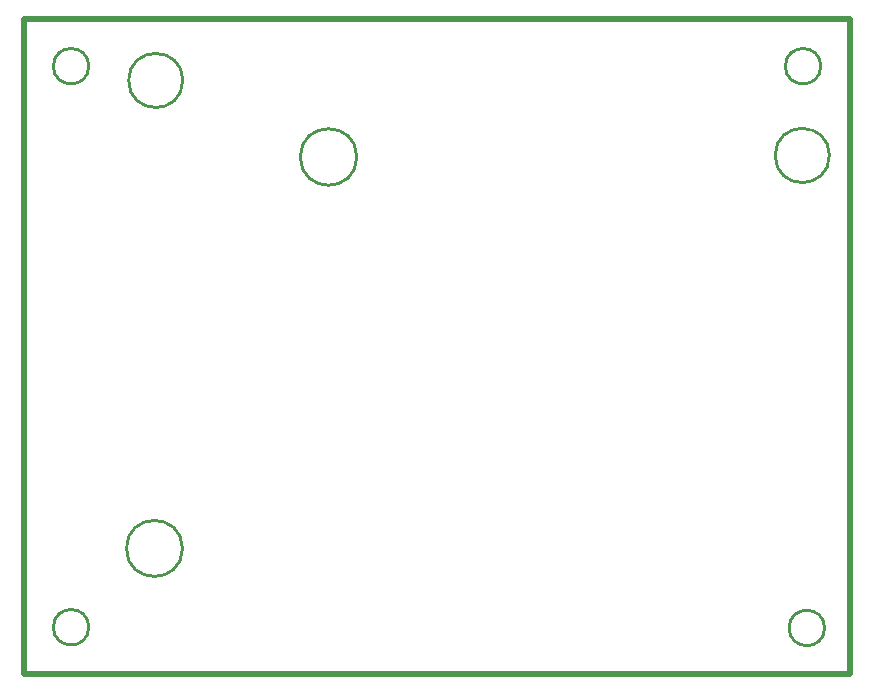
<source format=gm1>
G04*
G04 #@! TF.GenerationSoftware,Altium Limited,Altium Designer,23.7.1 (13)*
G04*
G04 Layer_Color=16711935*
%FSAX25Y25*%
%MOIN*%
G70*
G04*
G04 #@! TF.SameCoordinates,BF5EB680-6B1F-45D2-A812-9AD489538B00*
G04*
G04*
G04 #@! TF.FilePolarity,Positive*
G04*
G01*
G75*
%ADD26C,0.01000*%
%ADD27C,0.02000*%
D26*
X0121653Y0311252D02*
G03*
X0121653Y0311252I-0005906J0000000D01*
G01*
Y0124248D02*
G03*
X0121653Y0124248I-0005906J0000000D01*
G01*
X0366905Y0124000D02*
G03*
X0366905Y0124000I-0005906J0000000D01*
G01*
X0365657Y0311252D02*
G03*
X0365657Y0311252I-0005906J0000000D01*
G01*
X0368523Y0281500D02*
G03*
X0368523Y0281500I-0009038J0000000D01*
G01*
X0211000Y0281000D02*
G03*
X0211000Y0281000I-0009427J0000000D01*
G01*
X0152988Y0306500D02*
G03*
X0152988Y0306500I-0009028J0000000D01*
G01*
X0152881Y0150500D02*
G03*
X0152881Y0150500I-0009341J0000000D01*
G01*
D27*
X0100000Y0108500D02*
X0375500D01*
X0100000D02*
Y0327000D01*
X0375500D01*
X0375500Y0108500D01*
M02*

</source>
